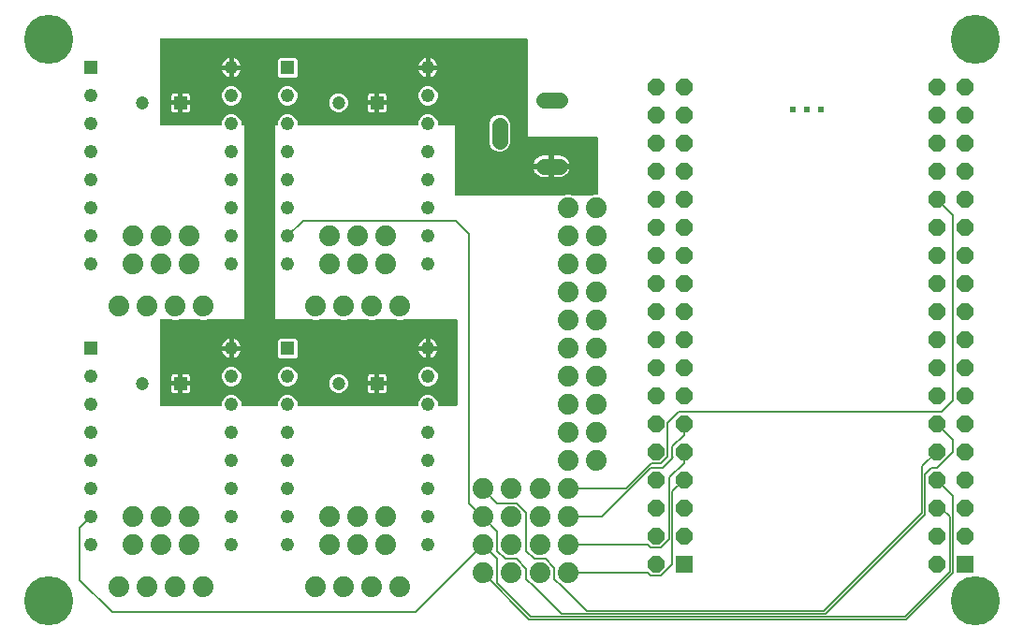
<source format=gbr>
G04 EAGLE Gerber RS-274X export*
G75*
%MOMM*%
%FSLAX34Y34*%
%LPD*%
%INBottom Copper*%
%IPPOS*%
%AMOC8*
5,1,8,0,0,1.08239X$1,22.5*%
G01*
%ADD10R,1.244600X1.244600*%
%ADD11C,1.244600*%
%ADD12R,1.200000X1.200000*%
%ADD13C,1.200000*%
%ADD14C,1.879600*%
%ADD15C,4.445000*%
%ADD16R,1.524000X1.524000*%
%ADD17P,1.649562X8X112.500000*%
%ADD18C,1.400000*%
%ADD19C,0.609600*%
%ADD20C,0.127000*%

G36*
X180585Y201946D02*
X180585Y201946D01*
X180704Y201953D01*
X180742Y201966D01*
X180783Y201971D01*
X180893Y202014D01*
X181006Y202051D01*
X181041Y202073D01*
X181078Y202088D01*
X181174Y202158D01*
X181275Y202221D01*
X181303Y202251D01*
X181336Y202274D01*
X181412Y202366D01*
X181493Y202453D01*
X181513Y202488D01*
X181538Y202519D01*
X181589Y202627D01*
X181647Y202731D01*
X181657Y202771D01*
X181674Y202807D01*
X181696Y202924D01*
X181726Y203039D01*
X181730Y203100D01*
X181734Y203120D01*
X181732Y203140D01*
X181736Y203200D01*
X181736Y204943D01*
X183070Y208164D01*
X185536Y210630D01*
X188757Y211964D01*
X192243Y211964D01*
X195464Y210630D01*
X197930Y208164D01*
X199264Y204943D01*
X199264Y203200D01*
X199279Y203082D01*
X199286Y202963D01*
X199299Y202925D01*
X199304Y202884D01*
X199347Y202774D01*
X199384Y202661D01*
X199406Y202626D01*
X199421Y202589D01*
X199490Y202493D01*
X199554Y202392D01*
X199584Y202364D01*
X199607Y202331D01*
X199699Y202256D01*
X199786Y202174D01*
X199821Y202154D01*
X199852Y202129D01*
X199960Y202078D01*
X200064Y202020D01*
X200104Y202010D01*
X200140Y201993D01*
X200257Y201971D01*
X200372Y201941D01*
X200432Y201937D01*
X200452Y201933D01*
X200473Y201935D01*
X200533Y201931D01*
X231267Y201931D01*
X231385Y201946D01*
X231504Y201953D01*
X231542Y201966D01*
X231583Y201971D01*
X231693Y202014D01*
X231806Y202051D01*
X231841Y202073D01*
X231878Y202088D01*
X231974Y202158D01*
X232075Y202221D01*
X232103Y202251D01*
X232136Y202274D01*
X232212Y202366D01*
X232293Y202453D01*
X232313Y202488D01*
X232338Y202519D01*
X232389Y202627D01*
X232447Y202731D01*
X232457Y202771D01*
X232474Y202807D01*
X232496Y202924D01*
X232526Y203039D01*
X232530Y203100D01*
X232534Y203120D01*
X232532Y203140D01*
X232536Y203200D01*
X232536Y204943D01*
X233870Y208164D01*
X236336Y210630D01*
X239557Y211964D01*
X243043Y211964D01*
X246264Y210630D01*
X248730Y208164D01*
X250064Y204943D01*
X250064Y203200D01*
X250079Y203082D01*
X250086Y202963D01*
X250099Y202925D01*
X250104Y202884D01*
X250147Y202774D01*
X250184Y202661D01*
X250206Y202626D01*
X250221Y202589D01*
X250290Y202493D01*
X250354Y202392D01*
X250384Y202364D01*
X250407Y202331D01*
X250499Y202256D01*
X250586Y202174D01*
X250621Y202154D01*
X250652Y202129D01*
X250760Y202078D01*
X250864Y202020D01*
X250904Y202010D01*
X250940Y201993D01*
X251057Y201971D01*
X251172Y201941D01*
X251232Y201937D01*
X251252Y201933D01*
X251273Y201935D01*
X251333Y201931D01*
X358267Y201931D01*
X358385Y201946D01*
X358504Y201953D01*
X358542Y201966D01*
X358583Y201971D01*
X358693Y202014D01*
X358806Y202051D01*
X358841Y202073D01*
X358878Y202088D01*
X358974Y202158D01*
X359075Y202221D01*
X359103Y202251D01*
X359136Y202274D01*
X359212Y202366D01*
X359293Y202453D01*
X359313Y202488D01*
X359338Y202519D01*
X359389Y202627D01*
X359447Y202731D01*
X359457Y202771D01*
X359474Y202807D01*
X359496Y202924D01*
X359526Y203039D01*
X359530Y203100D01*
X359534Y203120D01*
X359532Y203140D01*
X359536Y203200D01*
X359536Y204943D01*
X360870Y208164D01*
X363336Y210630D01*
X366557Y211964D01*
X370043Y211964D01*
X373264Y210630D01*
X375730Y208164D01*
X377064Y204943D01*
X377064Y203200D01*
X377079Y203082D01*
X377086Y202963D01*
X377099Y202925D01*
X377104Y202884D01*
X377147Y202774D01*
X377184Y202661D01*
X377206Y202626D01*
X377221Y202589D01*
X377290Y202493D01*
X377354Y202392D01*
X377384Y202364D01*
X377407Y202331D01*
X377499Y202256D01*
X377586Y202174D01*
X377621Y202154D01*
X377652Y202129D01*
X377760Y202078D01*
X377864Y202020D01*
X377904Y202010D01*
X377940Y201993D01*
X378057Y201971D01*
X378172Y201941D01*
X378232Y201937D01*
X378252Y201933D01*
X378273Y201935D01*
X378333Y201931D01*
X393700Y201931D01*
X393818Y201946D01*
X393937Y201953D01*
X393975Y201966D01*
X394016Y201971D01*
X394126Y202014D01*
X394239Y202051D01*
X394274Y202073D01*
X394311Y202088D01*
X394407Y202158D01*
X394508Y202221D01*
X394536Y202251D01*
X394569Y202274D01*
X394645Y202366D01*
X394726Y202453D01*
X394746Y202488D01*
X394771Y202519D01*
X394822Y202627D01*
X394880Y202731D01*
X394890Y202771D01*
X394907Y202807D01*
X394929Y202924D01*
X394959Y203039D01*
X394963Y203100D01*
X394967Y203120D01*
X394965Y203140D01*
X394969Y203200D01*
X394969Y279400D01*
X394954Y279518D01*
X394947Y279637D01*
X394934Y279675D01*
X394929Y279716D01*
X394886Y279826D01*
X394849Y279939D01*
X394827Y279974D01*
X394812Y280011D01*
X394743Y280107D01*
X394679Y280208D01*
X394649Y280236D01*
X394626Y280269D01*
X394534Y280345D01*
X394447Y280426D01*
X394412Y280446D01*
X394381Y280471D01*
X394273Y280522D01*
X394169Y280580D01*
X394129Y280590D01*
X394093Y280607D01*
X393976Y280629D01*
X393861Y280659D01*
X393801Y280663D01*
X393781Y280667D01*
X393760Y280665D01*
X393700Y280669D01*
X346754Y280669D01*
X346744Y280668D01*
X346735Y280669D01*
X346586Y280648D01*
X346438Y280629D01*
X346429Y280626D01*
X346420Y280625D01*
X346268Y280573D01*
X345275Y280161D01*
X340525Y280161D01*
X339532Y280573D01*
X339523Y280575D01*
X339515Y280580D01*
X339370Y280617D01*
X339225Y280657D01*
X339216Y280657D01*
X339207Y280659D01*
X339046Y280669D01*
X321354Y280669D01*
X321344Y280668D01*
X321335Y280669D01*
X321186Y280648D01*
X321038Y280629D01*
X321029Y280626D01*
X321020Y280625D01*
X320868Y280573D01*
X319875Y280161D01*
X315125Y280161D01*
X314132Y280573D01*
X314123Y280575D01*
X314115Y280580D01*
X313970Y280617D01*
X313825Y280657D01*
X313816Y280657D01*
X313807Y280659D01*
X313646Y280669D01*
X295954Y280669D01*
X295944Y280668D01*
X295935Y280669D01*
X295786Y280648D01*
X295638Y280629D01*
X295629Y280626D01*
X295620Y280625D01*
X295468Y280573D01*
X294475Y280161D01*
X289725Y280161D01*
X288732Y280573D01*
X288723Y280575D01*
X288715Y280580D01*
X288570Y280617D01*
X288425Y280657D01*
X288416Y280657D01*
X288407Y280659D01*
X288246Y280669D01*
X270554Y280669D01*
X270544Y280668D01*
X270535Y280669D01*
X270386Y280648D01*
X270238Y280629D01*
X270229Y280626D01*
X270220Y280625D01*
X270068Y280573D01*
X269075Y280161D01*
X264325Y280161D01*
X263332Y280573D01*
X263323Y280575D01*
X263315Y280580D01*
X263170Y280617D01*
X263025Y280657D01*
X263016Y280657D01*
X263007Y280659D01*
X262846Y280669D01*
X229869Y280669D01*
X229869Y455931D01*
X231267Y455931D01*
X231385Y455946D01*
X231504Y455953D01*
X231542Y455966D01*
X231583Y455971D01*
X231693Y456014D01*
X231806Y456051D01*
X231841Y456073D01*
X231878Y456088D01*
X231974Y456158D01*
X232075Y456221D01*
X232103Y456251D01*
X232136Y456274D01*
X232212Y456366D01*
X232293Y456453D01*
X232313Y456488D01*
X232338Y456519D01*
X232389Y456627D01*
X232447Y456731D01*
X232457Y456771D01*
X232474Y456807D01*
X232496Y456924D01*
X232526Y457039D01*
X232530Y457100D01*
X232534Y457120D01*
X232532Y457140D01*
X232536Y457200D01*
X232536Y458943D01*
X233870Y462164D01*
X236336Y464630D01*
X239557Y465964D01*
X243043Y465964D01*
X246264Y464630D01*
X248730Y462164D01*
X250064Y458943D01*
X250064Y457200D01*
X250079Y457082D01*
X250086Y456963D01*
X250099Y456925D01*
X250104Y456884D01*
X250147Y456774D01*
X250184Y456661D01*
X250206Y456626D01*
X250221Y456589D01*
X250290Y456493D01*
X250354Y456392D01*
X250384Y456364D01*
X250407Y456331D01*
X250499Y456256D01*
X250586Y456174D01*
X250621Y456154D01*
X250652Y456129D01*
X250760Y456078D01*
X250864Y456020D01*
X250904Y456010D01*
X250940Y455993D01*
X251057Y455971D01*
X251172Y455941D01*
X251232Y455937D01*
X251252Y455933D01*
X251273Y455935D01*
X251333Y455931D01*
X358267Y455931D01*
X358385Y455946D01*
X358504Y455953D01*
X358542Y455966D01*
X358583Y455971D01*
X358693Y456014D01*
X358806Y456051D01*
X358841Y456073D01*
X358878Y456088D01*
X358974Y456158D01*
X359075Y456221D01*
X359103Y456251D01*
X359136Y456274D01*
X359212Y456366D01*
X359293Y456453D01*
X359313Y456488D01*
X359338Y456519D01*
X359389Y456627D01*
X359447Y456731D01*
X359457Y456771D01*
X359474Y456807D01*
X359496Y456924D01*
X359526Y457039D01*
X359530Y457100D01*
X359534Y457120D01*
X359532Y457140D01*
X359536Y457200D01*
X359536Y458943D01*
X360870Y462164D01*
X363336Y464630D01*
X366557Y465964D01*
X370043Y465964D01*
X373264Y464630D01*
X375730Y462164D01*
X377064Y458943D01*
X377064Y457200D01*
X377079Y457082D01*
X377086Y456963D01*
X377099Y456925D01*
X377104Y456884D01*
X377147Y456774D01*
X377184Y456661D01*
X377206Y456626D01*
X377221Y456589D01*
X377290Y456493D01*
X377354Y456392D01*
X377384Y456364D01*
X377407Y456331D01*
X377499Y456256D01*
X377586Y456174D01*
X377621Y456154D01*
X377652Y456129D01*
X377760Y456078D01*
X377864Y456020D01*
X377904Y456010D01*
X377940Y455993D01*
X378057Y455971D01*
X378172Y455941D01*
X378232Y455937D01*
X378252Y455933D01*
X378273Y455935D01*
X378333Y455931D01*
X392431Y455931D01*
X392431Y393700D01*
X392446Y393582D01*
X392453Y393463D01*
X392466Y393425D01*
X392471Y393384D01*
X392514Y393274D01*
X392551Y393161D01*
X392573Y393126D01*
X392588Y393089D01*
X392658Y392993D01*
X392721Y392892D01*
X392751Y392864D01*
X392774Y392831D01*
X392866Y392756D01*
X392953Y392674D01*
X392988Y392654D01*
X393019Y392629D01*
X393127Y392578D01*
X393231Y392520D01*
X393271Y392510D01*
X393307Y392493D01*
X393424Y392471D01*
X393539Y392441D01*
X393600Y392437D01*
X393620Y392433D01*
X393640Y392435D01*
X393700Y392431D01*
X491446Y392431D01*
X491456Y392432D01*
X491465Y392431D01*
X491613Y392452D01*
X491762Y392471D01*
X491771Y392474D01*
X491780Y392475D01*
X491932Y392527D01*
X492925Y392939D01*
X497675Y392939D01*
X498668Y392527D01*
X498677Y392525D01*
X498685Y392520D01*
X498830Y392483D01*
X498975Y392443D01*
X498984Y392443D01*
X498993Y392441D01*
X499154Y392431D01*
X516846Y392431D01*
X516856Y392432D01*
X516865Y392431D01*
X517013Y392452D01*
X517162Y392471D01*
X517171Y392474D01*
X517180Y392475D01*
X517332Y392527D01*
X518325Y392939D01*
X520700Y392939D01*
X520818Y392954D01*
X520937Y392961D01*
X520975Y392974D01*
X521016Y392979D01*
X521126Y393022D01*
X521239Y393059D01*
X521274Y393081D01*
X521311Y393096D01*
X521407Y393165D01*
X521508Y393229D01*
X521536Y393259D01*
X521569Y393282D01*
X521645Y393374D01*
X521726Y393461D01*
X521746Y393496D01*
X521771Y393527D01*
X521822Y393635D01*
X521880Y393739D01*
X521890Y393779D01*
X521907Y393815D01*
X521929Y393932D01*
X521959Y394047D01*
X521963Y394107D01*
X521967Y394127D01*
X521965Y394148D01*
X521969Y394208D01*
X521969Y444500D01*
X521954Y444618D01*
X521947Y444737D01*
X521934Y444775D01*
X521929Y444816D01*
X521886Y444926D01*
X521849Y445039D01*
X521827Y445074D01*
X521812Y445111D01*
X521743Y445207D01*
X521679Y445308D01*
X521649Y445336D01*
X521626Y445369D01*
X521534Y445445D01*
X521447Y445526D01*
X521412Y445546D01*
X521381Y445571D01*
X521273Y445622D01*
X521169Y445680D01*
X521129Y445690D01*
X521093Y445707D01*
X520976Y445729D01*
X520861Y445759D01*
X520801Y445763D01*
X520781Y445767D01*
X520760Y445765D01*
X520700Y445769D01*
X458469Y445769D01*
X458469Y533400D01*
X458454Y533518D01*
X458447Y533637D01*
X458434Y533675D01*
X458429Y533716D01*
X458386Y533826D01*
X458349Y533939D01*
X458327Y533974D01*
X458312Y534011D01*
X458243Y534107D01*
X458179Y534208D01*
X458149Y534236D01*
X458126Y534269D01*
X458034Y534345D01*
X457947Y534426D01*
X457912Y534446D01*
X457881Y534471D01*
X457773Y534522D01*
X457669Y534580D01*
X457629Y534590D01*
X457593Y534607D01*
X457476Y534629D01*
X457361Y534659D01*
X457301Y534663D01*
X457281Y534667D01*
X457260Y534665D01*
X457200Y534669D01*
X127000Y534669D01*
X126882Y534654D01*
X126763Y534647D01*
X126725Y534634D01*
X126684Y534629D01*
X126574Y534586D01*
X126461Y534549D01*
X126426Y534527D01*
X126389Y534512D01*
X126293Y534443D01*
X126192Y534379D01*
X126164Y534349D01*
X126131Y534326D01*
X126056Y534234D01*
X125974Y534147D01*
X125954Y534112D01*
X125929Y534081D01*
X125878Y533973D01*
X125820Y533869D01*
X125810Y533829D01*
X125793Y533793D01*
X125771Y533676D01*
X125741Y533561D01*
X125737Y533501D01*
X125733Y533481D01*
X125735Y533460D01*
X125731Y533400D01*
X125731Y457200D01*
X125746Y457082D01*
X125753Y456963D01*
X125766Y456925D01*
X125771Y456884D01*
X125814Y456774D01*
X125851Y456661D01*
X125873Y456626D01*
X125888Y456589D01*
X125958Y456493D01*
X126021Y456392D01*
X126051Y456364D01*
X126074Y456331D01*
X126166Y456256D01*
X126253Y456174D01*
X126288Y456154D01*
X126319Y456129D01*
X126427Y456078D01*
X126531Y456020D01*
X126571Y456010D01*
X126607Y455993D01*
X126724Y455971D01*
X126839Y455941D01*
X126900Y455937D01*
X126920Y455933D01*
X126940Y455935D01*
X127000Y455931D01*
X180467Y455931D01*
X180585Y455946D01*
X180704Y455953D01*
X180742Y455966D01*
X180783Y455971D01*
X180893Y456014D01*
X181006Y456051D01*
X181041Y456073D01*
X181078Y456088D01*
X181174Y456158D01*
X181275Y456221D01*
X181303Y456251D01*
X181336Y456274D01*
X181412Y456366D01*
X181493Y456453D01*
X181513Y456488D01*
X181538Y456519D01*
X181589Y456627D01*
X181647Y456731D01*
X181657Y456771D01*
X181674Y456807D01*
X181696Y456924D01*
X181726Y457039D01*
X181730Y457100D01*
X181734Y457120D01*
X181732Y457140D01*
X181736Y457200D01*
X181736Y458943D01*
X183070Y462164D01*
X185536Y464630D01*
X188757Y465964D01*
X192243Y465964D01*
X195464Y464630D01*
X197930Y462164D01*
X199264Y458943D01*
X199264Y457200D01*
X199279Y457082D01*
X199286Y456963D01*
X199299Y456925D01*
X199304Y456884D01*
X199347Y456774D01*
X199384Y456661D01*
X199406Y456626D01*
X199421Y456589D01*
X199490Y456493D01*
X199554Y456392D01*
X199584Y456364D01*
X199607Y456331D01*
X199699Y456256D01*
X199786Y456174D01*
X199821Y456154D01*
X199852Y456129D01*
X199960Y456078D01*
X200064Y456020D01*
X200104Y456010D01*
X200140Y455993D01*
X200257Y455971D01*
X200372Y455941D01*
X200432Y455937D01*
X200452Y455933D01*
X200473Y455935D01*
X200533Y455931D01*
X201931Y455931D01*
X201931Y280669D01*
X168954Y280669D01*
X168944Y280668D01*
X168935Y280669D01*
X168786Y280648D01*
X168638Y280629D01*
X168629Y280626D01*
X168620Y280625D01*
X168468Y280573D01*
X167475Y280161D01*
X162725Y280161D01*
X161732Y280573D01*
X161723Y280575D01*
X161715Y280580D01*
X161570Y280617D01*
X161425Y280657D01*
X161416Y280657D01*
X161407Y280659D01*
X161246Y280669D01*
X143554Y280669D01*
X143544Y280668D01*
X143535Y280669D01*
X143386Y280648D01*
X143238Y280629D01*
X143229Y280626D01*
X143220Y280625D01*
X143068Y280573D01*
X142075Y280161D01*
X137325Y280161D01*
X136332Y280573D01*
X136323Y280575D01*
X136315Y280580D01*
X136170Y280617D01*
X136025Y280657D01*
X136016Y280657D01*
X136007Y280659D01*
X135846Y280669D01*
X127000Y280669D01*
X126882Y280654D01*
X126763Y280647D01*
X126725Y280634D01*
X126684Y280629D01*
X126574Y280586D01*
X126461Y280549D01*
X126426Y280527D01*
X126389Y280512D01*
X126293Y280443D01*
X126192Y280379D01*
X126164Y280349D01*
X126131Y280326D01*
X126056Y280234D01*
X125974Y280147D01*
X125954Y280112D01*
X125929Y280081D01*
X125878Y279973D01*
X125820Y279869D01*
X125810Y279829D01*
X125793Y279793D01*
X125771Y279676D01*
X125741Y279561D01*
X125737Y279501D01*
X125733Y279481D01*
X125735Y279460D01*
X125731Y279400D01*
X125731Y203200D01*
X125746Y203082D01*
X125753Y202963D01*
X125766Y202925D01*
X125771Y202884D01*
X125814Y202774D01*
X125851Y202661D01*
X125873Y202626D01*
X125888Y202589D01*
X125958Y202493D01*
X126021Y202392D01*
X126051Y202364D01*
X126074Y202331D01*
X126166Y202256D01*
X126253Y202174D01*
X126288Y202154D01*
X126319Y202129D01*
X126427Y202078D01*
X126531Y202020D01*
X126571Y202010D01*
X126607Y201993D01*
X126724Y201971D01*
X126839Y201941D01*
X126900Y201937D01*
X126920Y201933D01*
X126940Y201935D01*
X127000Y201931D01*
X180467Y201931D01*
X180585Y201946D01*
G37*
%LPC*%
G36*
X431162Y432329D02*
X431162Y432329D01*
X427656Y433782D01*
X424972Y436466D01*
X423519Y439972D01*
X423519Y457768D01*
X424972Y461274D01*
X427656Y463958D01*
X431162Y465411D01*
X434958Y465411D01*
X438464Y463958D01*
X441148Y461274D01*
X442601Y457768D01*
X442601Y439972D01*
X441148Y436466D01*
X438464Y433782D01*
X434958Y432329D01*
X431162Y432329D01*
G37*
%LPD*%
%LPC*%
G36*
X234025Y499236D02*
X234025Y499236D01*
X232536Y500725D01*
X232536Y515275D01*
X234025Y516764D01*
X248575Y516764D01*
X250064Y515275D01*
X250064Y500725D01*
X248575Y499236D01*
X234025Y499236D01*
G37*
%LPD*%
%LPC*%
G36*
X234025Y245236D02*
X234025Y245236D01*
X232536Y246725D01*
X232536Y261275D01*
X234025Y262764D01*
X248575Y262764D01*
X250064Y261275D01*
X250064Y246725D01*
X248575Y245236D01*
X234025Y245236D01*
G37*
%LPD*%
%LPC*%
G36*
X239557Y473836D02*
X239557Y473836D01*
X236336Y475170D01*
X233870Y477636D01*
X232536Y480857D01*
X232536Y484343D01*
X233870Y487564D01*
X236336Y490030D01*
X239557Y491364D01*
X243043Y491364D01*
X246264Y490030D01*
X248730Y487564D01*
X250064Y484343D01*
X250064Y480857D01*
X248730Y477636D01*
X246264Y475170D01*
X243043Y473836D01*
X239557Y473836D01*
G37*
%LPD*%
%LPC*%
G36*
X188757Y219836D02*
X188757Y219836D01*
X185536Y221170D01*
X183070Y223636D01*
X181736Y226857D01*
X181736Y230343D01*
X183070Y233564D01*
X185536Y236030D01*
X188757Y237364D01*
X192243Y237364D01*
X195464Y236030D01*
X197930Y233564D01*
X199264Y230343D01*
X199264Y226857D01*
X197930Y223636D01*
X195464Y221170D01*
X192243Y219836D01*
X188757Y219836D01*
G37*
%LPD*%
%LPC*%
G36*
X239557Y219836D02*
X239557Y219836D01*
X236336Y221170D01*
X233870Y223636D01*
X232536Y226857D01*
X232536Y230343D01*
X233870Y233564D01*
X236336Y236030D01*
X239557Y237364D01*
X243043Y237364D01*
X246264Y236030D01*
X248730Y233564D01*
X250064Y230343D01*
X250064Y226857D01*
X248730Y223636D01*
X246264Y221170D01*
X243043Y219836D01*
X239557Y219836D01*
G37*
%LPD*%
%LPC*%
G36*
X366557Y219836D02*
X366557Y219836D01*
X363336Y221170D01*
X360870Y223636D01*
X359536Y226857D01*
X359536Y230343D01*
X360870Y233564D01*
X363336Y236030D01*
X366557Y237364D01*
X370043Y237364D01*
X373264Y236030D01*
X375730Y233564D01*
X377064Y230343D01*
X377064Y226857D01*
X375730Y223636D01*
X373264Y221170D01*
X370043Y219836D01*
X366557Y219836D01*
G37*
%LPD*%
%LPC*%
G36*
X188757Y473836D02*
X188757Y473836D01*
X185536Y475170D01*
X183070Y477636D01*
X181736Y480857D01*
X181736Y484343D01*
X183070Y487564D01*
X185536Y490030D01*
X188757Y491364D01*
X192243Y491364D01*
X195464Y490030D01*
X197930Y487564D01*
X199264Y484343D01*
X199264Y480857D01*
X197930Y477636D01*
X195464Y475170D01*
X192243Y473836D01*
X188757Y473836D01*
G37*
%LPD*%
%LPC*%
G36*
X366557Y473836D02*
X366557Y473836D01*
X363336Y475170D01*
X360870Y477636D01*
X359536Y480857D01*
X359536Y484343D01*
X360870Y487564D01*
X363336Y490030D01*
X366557Y491364D01*
X370043Y491364D01*
X373264Y490030D01*
X375730Y487564D01*
X377064Y484343D01*
X377064Y480857D01*
X375730Y477636D01*
X373264Y475170D01*
X370043Y473836D01*
X366557Y473836D01*
G37*
%LPD*%
%LPC*%
G36*
X285601Y213709D02*
X285601Y213709D01*
X282462Y215009D01*
X280059Y217412D01*
X278759Y220551D01*
X278759Y223949D01*
X280059Y227088D01*
X282462Y229491D01*
X285601Y230791D01*
X288999Y230791D01*
X292138Y229491D01*
X294541Y227088D01*
X295841Y223949D01*
X295841Y220551D01*
X294541Y217412D01*
X292138Y215009D01*
X288999Y213709D01*
X285601Y213709D01*
G37*
%LPD*%
%LPC*%
G36*
X285601Y467709D02*
X285601Y467709D01*
X282462Y469009D01*
X280059Y471412D01*
X278759Y474551D01*
X278759Y477949D01*
X280059Y481088D01*
X282462Y483491D01*
X285601Y484791D01*
X288999Y484791D01*
X292138Y483491D01*
X294541Y481088D01*
X295841Y477949D01*
X295841Y474551D01*
X294541Y471412D01*
X292138Y469009D01*
X288999Y467709D01*
X285601Y467709D01*
G37*
%LPD*%
%LPC*%
G36*
X482559Y421369D02*
X482559Y421369D01*
X482559Y428411D01*
X487811Y428411D01*
X489294Y428176D01*
X490722Y427712D01*
X492061Y427030D01*
X493275Y426147D01*
X494337Y425085D01*
X495220Y423871D01*
X495902Y422532D01*
X496280Y421369D01*
X482559Y421369D01*
G37*
%LPD*%
%LPC*%
G36*
X463840Y421369D02*
X463840Y421369D01*
X464218Y422532D01*
X464900Y423871D01*
X465783Y425085D01*
X466845Y426147D01*
X468059Y427030D01*
X469398Y427712D01*
X470826Y428176D01*
X472309Y428411D01*
X477561Y428411D01*
X477561Y421369D01*
X463840Y421369D01*
G37*
%LPD*%
%LPC*%
G36*
X482559Y409329D02*
X482559Y409329D01*
X482559Y416371D01*
X496280Y416371D01*
X495902Y415208D01*
X495220Y413869D01*
X494337Y412655D01*
X493275Y411593D01*
X492061Y410710D01*
X490722Y410028D01*
X489294Y409564D01*
X487811Y409329D01*
X482559Y409329D01*
G37*
%LPD*%
%LPC*%
G36*
X472309Y409329D02*
X472309Y409329D01*
X470826Y409564D01*
X469398Y410028D01*
X468059Y410710D01*
X467504Y411114D01*
X466845Y411593D01*
X465783Y412655D01*
X464900Y413869D01*
X464218Y415208D01*
X463840Y416371D01*
X477561Y416371D01*
X477561Y409329D01*
X472309Y409329D01*
G37*
%LPD*%
%LPC*%
G36*
X324424Y224374D02*
X324424Y224374D01*
X324424Y230791D01*
X328634Y230791D01*
X329281Y230618D01*
X329860Y230283D01*
X330333Y229810D01*
X330668Y229231D01*
X330841Y228584D01*
X330841Y224374D01*
X324424Y224374D01*
G37*
%LPD*%
%LPC*%
G36*
X146624Y224374D02*
X146624Y224374D01*
X146624Y230791D01*
X150834Y230791D01*
X151481Y230618D01*
X152060Y230283D01*
X152533Y229810D01*
X152868Y229231D01*
X153041Y228584D01*
X153041Y224374D01*
X146624Y224374D01*
G37*
%LPD*%
%LPC*%
G36*
X146624Y478374D02*
X146624Y478374D01*
X146624Y484791D01*
X150834Y484791D01*
X151481Y484618D01*
X152060Y484283D01*
X152533Y483810D01*
X152868Y483231D01*
X153041Y482584D01*
X153041Y478374D01*
X146624Y478374D01*
G37*
%LPD*%
%LPC*%
G36*
X324424Y478374D02*
X324424Y478374D01*
X324424Y484791D01*
X328634Y484791D01*
X329281Y484618D01*
X329860Y484283D01*
X330333Y483810D01*
X330668Y483231D01*
X330841Y482584D01*
X330841Y478374D01*
X324424Y478374D01*
G37*
%LPD*%
%LPC*%
G36*
X146624Y213709D02*
X146624Y213709D01*
X146624Y220126D01*
X153041Y220126D01*
X153041Y215916D01*
X152868Y215269D01*
X152533Y214690D01*
X152060Y214217D01*
X151481Y213882D01*
X150834Y213709D01*
X146624Y213709D01*
G37*
%LPD*%
%LPC*%
G36*
X313759Y478374D02*
X313759Y478374D01*
X313759Y482584D01*
X313932Y483231D01*
X314267Y483810D01*
X314740Y484283D01*
X315319Y484618D01*
X315966Y484791D01*
X320176Y484791D01*
X320176Y478374D01*
X313759Y478374D01*
G37*
%LPD*%
%LPC*%
G36*
X135959Y478374D02*
X135959Y478374D01*
X135959Y482584D01*
X136132Y483231D01*
X136467Y483810D01*
X136940Y484283D01*
X137519Y484618D01*
X138166Y484791D01*
X142376Y484791D01*
X142376Y478374D01*
X135959Y478374D01*
G37*
%LPD*%
%LPC*%
G36*
X324424Y467709D02*
X324424Y467709D01*
X324424Y474126D01*
X330841Y474126D01*
X330841Y469916D01*
X330668Y469269D01*
X330333Y468690D01*
X329860Y468217D01*
X329281Y467882D01*
X328634Y467709D01*
X324424Y467709D01*
G37*
%LPD*%
%LPC*%
G36*
X146624Y467709D02*
X146624Y467709D01*
X146624Y474126D01*
X153041Y474126D01*
X153041Y469916D01*
X152868Y469269D01*
X152533Y468690D01*
X152060Y468217D01*
X151481Y467882D01*
X150834Y467709D01*
X146624Y467709D01*
G37*
%LPD*%
%LPC*%
G36*
X135959Y224374D02*
X135959Y224374D01*
X135959Y228584D01*
X136132Y229231D01*
X136467Y229810D01*
X136940Y230283D01*
X137519Y230618D01*
X138166Y230791D01*
X142376Y230791D01*
X142376Y224374D01*
X135959Y224374D01*
G37*
%LPD*%
%LPC*%
G36*
X313759Y224374D02*
X313759Y224374D01*
X313759Y228584D01*
X313932Y229231D01*
X314267Y229810D01*
X314740Y230283D01*
X315319Y230618D01*
X315966Y230791D01*
X320176Y230791D01*
X320176Y224374D01*
X313759Y224374D01*
G37*
%LPD*%
%LPC*%
G36*
X324424Y213709D02*
X324424Y213709D01*
X324424Y220126D01*
X330841Y220126D01*
X330841Y215916D01*
X330668Y215269D01*
X330333Y214690D01*
X329860Y214217D01*
X329281Y213882D01*
X328634Y213709D01*
X324424Y213709D01*
G37*
%LPD*%
%LPC*%
G36*
X315966Y467709D02*
X315966Y467709D01*
X315319Y467882D01*
X314740Y468217D01*
X314267Y468690D01*
X313932Y469269D01*
X313759Y469916D01*
X313759Y474126D01*
X320176Y474126D01*
X320176Y467709D01*
X315966Y467709D01*
G37*
%LPD*%
%LPC*%
G36*
X138166Y467709D02*
X138166Y467709D01*
X137519Y467882D01*
X136940Y468217D01*
X136467Y468690D01*
X136132Y469269D01*
X135959Y469916D01*
X135959Y474126D01*
X142376Y474126D01*
X142376Y467709D01*
X138166Y467709D01*
G37*
%LPD*%
%LPC*%
G36*
X138166Y213709D02*
X138166Y213709D01*
X137519Y213882D01*
X136940Y214217D01*
X136467Y214690D01*
X136132Y215269D01*
X135959Y215916D01*
X135959Y220126D01*
X142376Y220126D01*
X142376Y213709D01*
X138166Y213709D01*
G37*
%LPD*%
%LPC*%
G36*
X315966Y213709D02*
X315966Y213709D01*
X315319Y213882D01*
X314740Y214217D01*
X314267Y214690D01*
X313932Y215269D01*
X313759Y215916D01*
X313759Y220126D01*
X320176Y220126D01*
X320176Y213709D01*
X315966Y213709D01*
G37*
%LPD*%
%LPC*%
G36*
X192722Y256222D02*
X192722Y256222D01*
X192722Y262493D01*
X193056Y262427D01*
X194651Y261766D01*
X196087Y260807D01*
X197307Y259587D01*
X198266Y258151D01*
X198927Y256556D01*
X198993Y256222D01*
X192722Y256222D01*
G37*
%LPD*%
%LPC*%
G36*
X370522Y256222D02*
X370522Y256222D01*
X370522Y262493D01*
X370856Y262427D01*
X372451Y261766D01*
X373887Y260807D01*
X375107Y259587D01*
X376066Y258151D01*
X376727Y256556D01*
X376793Y256222D01*
X370522Y256222D01*
G37*
%LPD*%
%LPC*%
G36*
X192722Y510222D02*
X192722Y510222D01*
X192722Y516493D01*
X193056Y516427D01*
X194651Y515766D01*
X196087Y514807D01*
X197307Y513587D01*
X198266Y512151D01*
X198927Y510556D01*
X198993Y510222D01*
X192722Y510222D01*
G37*
%LPD*%
%LPC*%
G36*
X370522Y510222D02*
X370522Y510222D01*
X370522Y516493D01*
X370856Y516427D01*
X372451Y515766D01*
X373887Y514807D01*
X375107Y513587D01*
X376066Y512151D01*
X376727Y510556D01*
X376793Y510222D01*
X370522Y510222D01*
G37*
%LPD*%
%LPC*%
G36*
X359807Y510222D02*
X359807Y510222D01*
X359873Y510556D01*
X360534Y512151D01*
X361493Y513587D01*
X362713Y514807D01*
X364149Y515766D01*
X365744Y516427D01*
X366078Y516493D01*
X366078Y510222D01*
X359807Y510222D01*
G37*
%LPD*%
%LPC*%
G36*
X359807Y256222D02*
X359807Y256222D01*
X359873Y256556D01*
X360534Y258151D01*
X361493Y259587D01*
X362713Y260807D01*
X364149Y261766D01*
X365744Y262427D01*
X366078Y262493D01*
X366078Y256222D01*
X359807Y256222D01*
G37*
%LPD*%
%LPC*%
G36*
X370522Y251778D02*
X370522Y251778D01*
X376793Y251778D01*
X376727Y251444D01*
X376066Y249849D01*
X375107Y248413D01*
X373887Y247193D01*
X372451Y246234D01*
X370856Y245573D01*
X370522Y245507D01*
X370522Y251778D01*
G37*
%LPD*%
%LPC*%
G36*
X192722Y251778D02*
X192722Y251778D01*
X198993Y251778D01*
X198927Y251444D01*
X198266Y249849D01*
X197307Y248413D01*
X196087Y247193D01*
X194651Y246234D01*
X193056Y245573D01*
X192722Y245507D01*
X192722Y251778D01*
G37*
%LPD*%
%LPC*%
G36*
X192722Y505778D02*
X192722Y505778D01*
X198993Y505778D01*
X198927Y505444D01*
X198266Y503849D01*
X197307Y502413D01*
X196087Y501193D01*
X194651Y500234D01*
X193056Y499573D01*
X192722Y499507D01*
X192722Y505778D01*
G37*
%LPD*%
%LPC*%
G36*
X370522Y505778D02*
X370522Y505778D01*
X376793Y505778D01*
X376727Y505444D01*
X376066Y503849D01*
X375107Y502413D01*
X373887Y501193D01*
X372451Y500234D01*
X370856Y499573D01*
X370522Y499507D01*
X370522Y505778D01*
G37*
%LPD*%
%LPC*%
G36*
X182007Y510222D02*
X182007Y510222D01*
X182073Y510556D01*
X182734Y512151D01*
X183693Y513587D01*
X184913Y514807D01*
X186349Y515766D01*
X187944Y516427D01*
X188278Y516493D01*
X188278Y510222D01*
X182007Y510222D01*
G37*
%LPD*%
%LPC*%
G36*
X182007Y256222D02*
X182007Y256222D01*
X182073Y256556D01*
X182734Y258151D01*
X183693Y259587D01*
X184913Y260807D01*
X186349Y261766D01*
X187944Y262427D01*
X188278Y262493D01*
X188278Y256222D01*
X182007Y256222D01*
G37*
%LPD*%
%LPC*%
G36*
X365744Y245573D02*
X365744Y245573D01*
X364149Y246234D01*
X362713Y247193D01*
X361493Y248413D01*
X360534Y249849D01*
X359873Y251444D01*
X359807Y251778D01*
X366078Y251778D01*
X366078Y245507D01*
X365744Y245573D01*
G37*
%LPD*%
%LPC*%
G36*
X187944Y499573D02*
X187944Y499573D01*
X186349Y500234D01*
X184913Y501193D01*
X183693Y502413D01*
X182734Y503849D01*
X182073Y505444D01*
X182007Y505778D01*
X188278Y505778D01*
X188278Y499507D01*
X187944Y499573D01*
G37*
%LPD*%
%LPC*%
G36*
X365744Y499573D02*
X365744Y499573D01*
X364149Y500234D01*
X362713Y501193D01*
X361493Y502413D01*
X360534Y503849D01*
X359873Y505444D01*
X359807Y505778D01*
X366078Y505778D01*
X366078Y499507D01*
X365744Y499573D01*
G37*
%LPD*%
%LPC*%
G36*
X187944Y245573D02*
X187944Y245573D01*
X186349Y246234D01*
X184913Y247193D01*
X183693Y248413D01*
X182734Y249849D01*
X182073Y251444D01*
X182007Y251778D01*
X188278Y251778D01*
X188278Y245507D01*
X187944Y245573D01*
G37*
%LPD*%
D10*
X63500Y508000D03*
D11*
X63500Y482600D03*
X63500Y457200D03*
X63500Y431800D03*
X63500Y406400D03*
X63500Y381000D03*
X63500Y355600D03*
X63500Y330200D03*
X190500Y330200D03*
X190500Y355600D03*
X190500Y381000D03*
X190500Y406400D03*
X190500Y431800D03*
X190500Y457200D03*
X190500Y482600D03*
X190500Y508000D03*
D12*
X144500Y476250D03*
D13*
X109500Y476250D03*
D14*
X88900Y292100D03*
X114300Y292100D03*
X139700Y292100D03*
X165100Y292100D03*
X101600Y330200D03*
X101600Y355600D03*
X127000Y330200D03*
X127000Y355600D03*
X152400Y330200D03*
X152400Y355600D03*
D10*
X241300Y508000D03*
D11*
X241300Y482600D03*
X241300Y457200D03*
X241300Y431800D03*
X241300Y406400D03*
X241300Y381000D03*
X241300Y355600D03*
X241300Y330200D03*
X368300Y330200D03*
X368300Y355600D03*
X368300Y381000D03*
X368300Y406400D03*
X368300Y431800D03*
X368300Y457200D03*
X368300Y482600D03*
X368300Y508000D03*
D12*
X322300Y476250D03*
D13*
X287300Y476250D03*
D14*
X266700Y292100D03*
X292100Y292100D03*
X317500Y292100D03*
X342900Y292100D03*
X279400Y330200D03*
X279400Y355600D03*
X304800Y330200D03*
X304800Y355600D03*
X330200Y330200D03*
X330200Y355600D03*
D10*
X63500Y254000D03*
D11*
X63500Y228600D03*
X63500Y203200D03*
X63500Y177800D03*
X63500Y152400D03*
X63500Y127000D03*
X63500Y101600D03*
X63500Y76200D03*
X190500Y76200D03*
X190500Y101600D03*
X190500Y127000D03*
X190500Y152400D03*
X190500Y177800D03*
X190500Y203200D03*
X190500Y228600D03*
X190500Y254000D03*
D12*
X144500Y222250D03*
D13*
X109500Y222250D03*
D14*
X88900Y38100D03*
X114300Y38100D03*
X139700Y38100D03*
X165100Y38100D03*
X101600Y76200D03*
X101600Y101600D03*
X127000Y76200D03*
X127000Y101600D03*
X152400Y76200D03*
X152400Y101600D03*
D10*
X241300Y254000D03*
D11*
X241300Y228600D03*
X241300Y203200D03*
X241300Y177800D03*
X241300Y152400D03*
X241300Y127000D03*
X241300Y101600D03*
X241300Y76200D03*
X368300Y76200D03*
X368300Y101600D03*
X368300Y127000D03*
X368300Y152400D03*
X368300Y177800D03*
X368300Y203200D03*
X368300Y228600D03*
X368300Y254000D03*
D12*
X322300Y222250D03*
D13*
X287300Y222250D03*
D14*
X266700Y38100D03*
X292100Y38100D03*
X317500Y38100D03*
X342900Y38100D03*
X279400Y76200D03*
X279400Y101600D03*
X304800Y76200D03*
X304800Y101600D03*
X330200Y76200D03*
X330200Y101600D03*
X520700Y381000D03*
X495300Y381000D03*
X520700Y355600D03*
X495300Y355600D03*
X520700Y330200D03*
X495300Y330200D03*
X520700Y304800D03*
X495300Y304800D03*
X520700Y279400D03*
X495300Y279400D03*
X520700Y254000D03*
X495300Y254000D03*
X520700Y228600D03*
X495300Y228600D03*
X520700Y203200D03*
X495300Y203200D03*
X520700Y177800D03*
X495300Y177800D03*
X520700Y152400D03*
X495300Y152400D03*
X417830Y127000D03*
X443230Y127000D03*
X417830Y101600D03*
X443230Y101600D03*
X417830Y76200D03*
X443230Y76200D03*
X417830Y50800D03*
X443230Y50800D03*
X495300Y50800D03*
X469900Y50800D03*
X495300Y76200D03*
X469900Y76200D03*
X495300Y101600D03*
X469900Y101600D03*
X495300Y127000D03*
X469900Y127000D03*
D15*
X25400Y533400D03*
X25400Y25400D03*
X863600Y25400D03*
X863600Y533400D03*
D16*
X853700Y59100D03*
D17*
X828300Y59100D03*
X853700Y84500D03*
X828300Y84500D03*
X853700Y109900D03*
X828300Y109900D03*
X853700Y135300D03*
X828300Y135300D03*
X853700Y160700D03*
X828300Y160700D03*
X853700Y186100D03*
X828300Y186100D03*
X853700Y211500D03*
X828300Y211500D03*
X853700Y236900D03*
X828300Y236900D03*
X853700Y262300D03*
X828300Y262300D03*
X853700Y287700D03*
X828300Y287700D03*
X853700Y313100D03*
X828300Y313100D03*
X853700Y338500D03*
X828300Y338500D03*
X853700Y363900D03*
X828300Y363900D03*
X853700Y389300D03*
X828300Y389300D03*
X853700Y414700D03*
X828300Y414700D03*
X853700Y440100D03*
X828300Y440100D03*
X853700Y465500D03*
X828300Y465500D03*
X853700Y490900D03*
X828300Y490900D03*
D16*
X599700Y59100D03*
D17*
X574300Y59100D03*
X599700Y84500D03*
X574300Y84500D03*
X599700Y109900D03*
X574300Y109900D03*
X599700Y135300D03*
X574300Y135300D03*
X599700Y160700D03*
X574300Y160700D03*
X599700Y186100D03*
X574300Y186100D03*
X599700Y211500D03*
X574300Y211500D03*
X599700Y236900D03*
X574300Y236900D03*
X599700Y262300D03*
X574300Y262300D03*
X599700Y287700D03*
X574300Y287700D03*
X599700Y313100D03*
X574300Y313100D03*
X599700Y338500D03*
X574300Y338500D03*
X599700Y363900D03*
X574300Y363900D03*
X599700Y389300D03*
X574300Y389300D03*
X599700Y414700D03*
X574300Y414700D03*
X599700Y440100D03*
X574300Y440100D03*
X599700Y465500D03*
X574300Y465500D03*
X599700Y490900D03*
X574300Y490900D03*
D18*
X487060Y418870D02*
X473060Y418870D01*
X473060Y478870D02*
X487060Y478870D01*
X433060Y455870D02*
X433060Y441870D01*
D19*
X698500Y469900D03*
X711200Y469900D03*
X723900Y469900D03*
D20*
X457327Y70992D02*
X464692Y63627D01*
X482727Y45592D02*
X490092Y38227D01*
X430657Y114173D02*
X417830Y127000D01*
X430657Y114173D02*
X448438Y114173D01*
X464692Y63627D02*
X474854Y63627D01*
X482727Y55754D01*
X482727Y45592D01*
X490092Y38227D02*
X490093Y38227D01*
X511810Y16510D01*
X457327Y105284D02*
X448438Y114173D01*
X457327Y105284D02*
X457327Y70992D01*
X814965Y147365D02*
X828300Y160700D01*
X726440Y16510D02*
X511810Y16510D01*
X726440Y16510D02*
X814965Y105035D01*
X814965Y147365D01*
X547141Y127000D02*
X495300Y127000D01*
X578771Y149905D02*
X585095Y156229D01*
X570046Y149905D02*
X547141Y127000D01*
X570046Y149905D02*
X578771Y149905D01*
X832771Y196895D02*
X832816Y196850D01*
X833120Y196850D01*
X832771Y196895D02*
X595229Y196895D01*
X585095Y186761D01*
X833120Y196850D02*
X842905Y206635D01*
X842905Y374695D02*
X828300Y389300D01*
X585095Y186761D02*
X585095Y156229D01*
X842905Y206635D02*
X842905Y374695D01*
X438022Y63627D02*
X430657Y70992D01*
X430657Y88773D02*
X417830Y101600D01*
X438022Y63627D02*
X448184Y63627D01*
X430657Y70992D02*
X430657Y88773D01*
X448184Y63627D02*
X457327Y54484D01*
X457327Y45592D01*
X464692Y38227D01*
X464693Y38227D01*
X488950Y13970D01*
X817505Y139771D02*
X823829Y146095D01*
X817505Y139771D02*
X817505Y103765D01*
X823829Y146095D02*
X828961Y146095D01*
X842905Y160039D01*
X842905Y171495D02*
X828300Y186100D01*
X727710Y13970D02*
X488950Y13970D01*
X727710Y13970D02*
X817505Y103765D01*
X842905Y160039D02*
X842905Y171495D01*
X417830Y101600D02*
X417829Y101600D01*
X405257Y114172D01*
X241300Y355600D02*
X255270Y369570D01*
X393700Y369570D02*
X405257Y358013D01*
X393700Y369570D02*
X255270Y369570D01*
X405257Y358013D02*
X405257Y114172D01*
X417830Y76200D02*
X417831Y76200D01*
X430403Y63628D01*
X430403Y41819D01*
X460792Y11430D01*
X799957Y11430D02*
X840365Y51838D01*
X840365Y101600D01*
X832065Y109900D01*
X828300Y109900D01*
X799957Y11430D02*
X460792Y11430D01*
X417830Y76200D02*
X356870Y15240D01*
X82550Y15240D01*
X53340Y44450D01*
X53340Y91440D02*
X63500Y101600D01*
X53340Y91440D02*
X53340Y44450D01*
X580435Y146095D02*
X589737Y155397D01*
X580435Y146095D02*
X569829Y146095D01*
X525334Y101600D02*
X495300Y101600D01*
X525334Y101600D02*
X569829Y146095D01*
X588905Y156229D02*
X589737Y155397D01*
X588905Y156229D02*
X588905Y165171D01*
X599700Y175966D02*
X599700Y186100D01*
X599700Y175966D02*
X588905Y165171D01*
X567334Y76200D02*
X495300Y76200D01*
X567334Y76200D02*
X569829Y73705D01*
X578771Y73705D01*
X599700Y150566D02*
X599700Y160700D01*
X586365Y137231D02*
X586365Y81299D01*
X586365Y137231D02*
X599700Y150566D01*
X586365Y81299D02*
X578771Y73705D01*
X459740Y8890D02*
X417830Y50800D01*
X459740Y8890D02*
X801009Y8890D01*
X842905Y50786D01*
X842905Y120695D02*
X828300Y135300D01*
X842905Y120695D02*
X842905Y50786D01*
X567334Y50800D02*
X495300Y50800D01*
X567334Y50800D02*
X569829Y48305D01*
X578771Y48305D01*
X588905Y58439D01*
X588905Y124505D02*
X599700Y135300D01*
X588905Y124505D02*
X588905Y58439D01*
M02*

</source>
